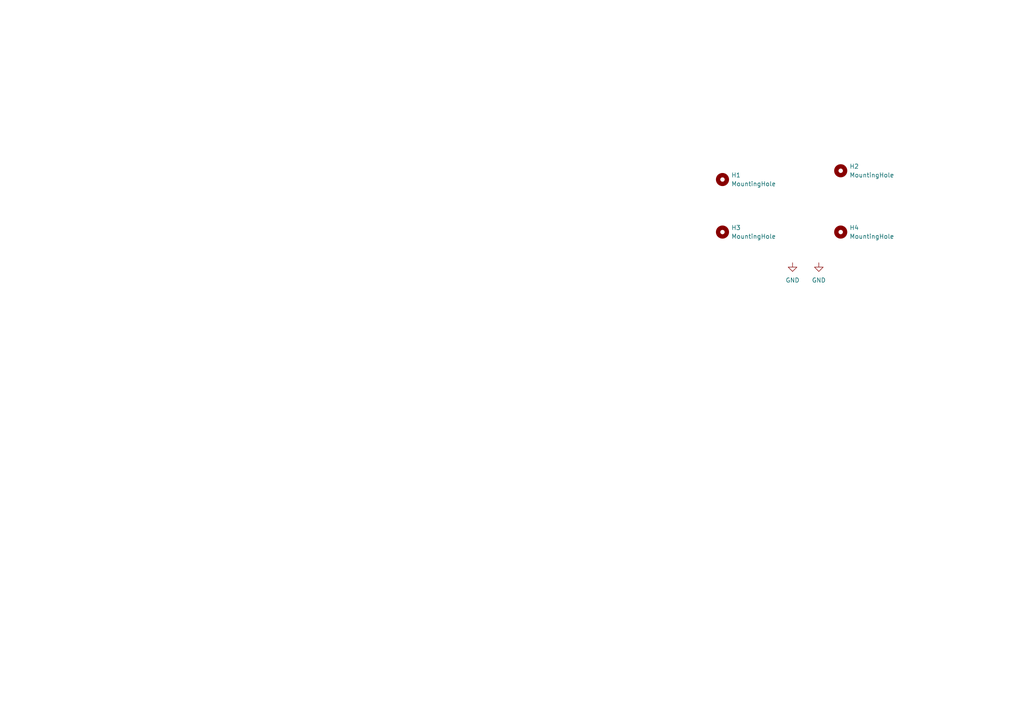
<source format=kicad_sch>
(kicad_sch (version 20211123) (generator eeschema)

  (uuid e63e39d7-6ac0-4ffd-8aa3-1841a4541b55)

  (paper "A4")

  (lib_symbols
    (symbol "Mechanical:MountingHole" (pin_names (offset 1.016)) (in_bom yes) (on_board yes)
      (property "Reference" "H" (id 0) (at 0 5.08 0)
        (effects (font (size 1.27 1.27)))
      )
      (property "Value" "MountingHole" (id 1) (at 0 3.175 0)
        (effects (font (size 1.27 1.27)))
      )
      (property "Footprint" "" (id 2) (at 0 0 0)
        (effects (font (size 1.27 1.27)) hide)
      )
      (property "Datasheet" "~" (id 3) (at 0 0 0)
        (effects (font (size 1.27 1.27)) hide)
      )
      (property "ki_keywords" "mounting hole" (id 4) (at 0 0 0)
        (effects (font (size 1.27 1.27)) hide)
      )
      (property "ki_description" "Mounting Hole without connection" (id 5) (at 0 0 0)
        (effects (font (size 1.27 1.27)) hide)
      )
      (property "ki_fp_filters" "MountingHole*" (id 6) (at 0 0 0)
        (effects (font (size 1.27 1.27)) hide)
      )
      (symbol "MountingHole_0_1"
        (circle (center 0 0) (radius 1.27)
          (stroke (width 1.27) (type default) (color 0 0 0 0))
          (fill (type none))
        )
      )
    )
    (symbol "power:GND" (power) (pin_names (offset 0)) (in_bom yes) (on_board yes)
      (property "Reference" "#PWR" (id 0) (at 0 -6.35 0)
        (effects (font (size 1.27 1.27)) hide)
      )
      (property "Value" "GND" (id 1) (at 0 -3.81 0)
        (effects (font (size 1.27 1.27)))
      )
      (property "Footprint" "" (id 2) (at 0 0 0)
        (effects (font (size 1.27 1.27)) hide)
      )
      (property "Datasheet" "" (id 3) (at 0 0 0)
        (effects (font (size 1.27 1.27)) hide)
      )
      (property "ki_keywords" "power-flag" (id 4) (at 0 0 0)
        (effects (font (size 1.27 1.27)) hide)
      )
      (property "ki_description" "Power symbol creates a global label with name \"GND\" , ground" (id 5) (at 0 0 0)
        (effects (font (size 1.27 1.27)) hide)
      )
      (symbol "GND_0_1"
        (polyline
          (pts
            (xy 0 0)
            (xy 0 -1.27)
            (xy 1.27 -1.27)
            (xy 0 -2.54)
            (xy -1.27 -1.27)
            (xy 0 -1.27)
          )
          (stroke (width 0) (type default) (color 0 0 0 0))
          (fill (type none))
        )
      )
      (symbol "GND_1_1"
        (pin power_in line (at 0 0 270) (length 0) hide
          (name "GND" (effects (font (size 1.27 1.27))))
          (number "1" (effects (font (size 1.27 1.27))))
        )
      )
    )
  )


  (symbol (lib_id "Mechanical:MountingHole") (at 209.55 52.07 0) (unit 1)
    (in_bom yes) (on_board yes) (fields_autoplaced)
    (uuid 0421db1b-df66-4562-8a25-b69ad8a2a1ec)
    (property "Reference" "H1" (id 0) (at 212.09 50.7999 0)
      (effects (font (size 1.27 1.27)) (justify left))
    )
    (property "Value" "MountingHole" (id 1) (at 212.09 53.3399 0)
      (effects (font (size 1.27 1.27)) (justify left))
    )
    (property "Footprint" "MountingHole:MountingHole_3.5mm_Pad_Via" (id 2) (at 209.55 52.07 0)
      (effects (font (size 1.27 1.27)) hide)
    )
    (property "Datasheet" "~" (id 3) (at 209.55 52.07 0)
      (effects (font (size 1.27 1.27)) hide)
    )
  )

  (symbol (lib_id "power:GND") (at 237.49 76.2 0) (unit 1)
    (in_bom yes) (on_board yes) (fields_autoplaced)
    (uuid 09af8c62-9922-473d-b470-8e39b61ece87)
    (property "Reference" "#PWR0102" (id 0) (at 237.49 82.55 0)
      (effects (font (size 1.27 1.27)) hide)
    )
    (property "Value" "GND" (id 1) (at 237.49 81.28 0))
    (property "Footprint" "" (id 2) (at 237.49 76.2 0)
      (effects (font (size 1.27 1.27)) hide)
    )
    (property "Datasheet" "" (id 3) (at 237.49 76.2 0)
      (effects (font (size 1.27 1.27)) hide)
    )
    (pin "1" (uuid 7edbe129-eba6-4743-bb5f-a4c324690b58))
  )

  (symbol (lib_id "Mechanical:MountingHole") (at 243.84 67.31 0) (unit 1)
    (in_bom yes) (on_board yes) (fields_autoplaced)
    (uuid 0dda147f-ff28-4177-a33d-79b9551cc6e4)
    (property "Reference" "H4" (id 0) (at 246.38 66.0399 0)
      (effects (font (size 1.27 1.27)) (justify left))
    )
    (property "Value" "MountingHole" (id 1) (at 246.38 68.5799 0)
      (effects (font (size 1.27 1.27)) (justify left))
    )
    (property "Footprint" "MountingHole:MountingHole_3.5mm_Pad_Via" (id 2) (at 243.84 67.31 0)
      (effects (font (size 1.27 1.27)) hide)
    )
    (property "Datasheet" "~" (id 3) (at 243.84 67.31 0)
      (effects (font (size 1.27 1.27)) hide)
    )
  )

  (symbol (lib_id "Mechanical:MountingHole") (at 243.84 49.53 0) (unit 1)
    (in_bom yes) (on_board yes) (fields_autoplaced)
    (uuid 260f62f6-a6cf-45e0-9208-51504e701f69)
    (property "Reference" "H2" (id 0) (at 246.38 48.2599 0)
      (effects (font (size 1.27 1.27)) (justify left))
    )
    (property "Value" "MountingHole" (id 1) (at 246.38 50.7999 0)
      (effects (font (size 1.27 1.27)) (justify left))
    )
    (property "Footprint" "MountingHole:MountingHole_3.5mm_Pad_Via" (id 2) (at 243.84 49.53 0)
      (effects (font (size 1.27 1.27)) hide)
    )
    (property "Datasheet" "~" (id 3) (at 243.84 49.53 0)
      (effects (font (size 1.27 1.27)) hide)
    )
  )

  (symbol (lib_id "Mechanical:MountingHole") (at 209.55 67.31 0) (unit 1)
    (in_bom yes) (on_board yes) (fields_autoplaced)
    (uuid 9bd60de0-906c-4e70-8a76-ee21b1d30081)
    (property "Reference" "H3" (id 0) (at 212.09 66.0399 0)
      (effects (font (size 1.27 1.27)) (justify left))
    )
    (property "Value" "MountingHole" (id 1) (at 212.09 68.5799 0)
      (effects (font (size 1.27 1.27)) (justify left))
    )
    (property "Footprint" "MountingHole:MountingHole_3.5mm_Pad_Via" (id 2) (at 209.55 67.31 0)
      (effects (font (size 1.27 1.27)) hide)
    )
    (property "Datasheet" "~" (id 3) (at 209.55 67.31 0)
      (effects (font (size 1.27 1.27)) hide)
    )
  )

  (symbol (lib_id "power:GND") (at 229.87 76.2 0) (unit 1)
    (in_bom yes) (on_board yes) (fields_autoplaced)
    (uuid 9ccf03e8-755a-4cd9-96fc-30e1d08fa253)
    (property "Reference" "#PWR0101" (id 0) (at 229.87 82.55 0)
      (effects (font (size 1.27 1.27)) hide)
    )
    (property "Value" "GND" (id 1) (at 229.87 81.28 0))
    (property "Footprint" "" (id 2) (at 229.87 76.2 0)
      (effects (font (size 1.27 1.27)) hide)
    )
    (property "Datasheet" "" (id 3) (at 229.87 76.2 0)
      (effects (font (size 1.27 1.27)) hide)
    )
    (pin "1" (uuid da469d11-a8a4-414b-9449-d151eeaf4853))
  )

  (sheet_instances
    (path "/" (page "1"))
  )

  (symbol_instances
    (path "/9ccf03e8-755a-4cd9-96fc-30e1d08fa253"
      (reference "#PWR0101") (unit 1) (value "GND") (footprint "")
    )
    (path "/09af8c62-9922-473d-b470-8e39b61ece87"
      (reference "#PWR0102") (unit 1) (value "GND") (footprint "")
    )
    (path "/0421db1b-df66-4562-8a25-b69ad8a2a1ec"
      (reference "H1") (unit 1) (value "MountingHole") (footprint "MountingHole:MountingHole_3.5mm_Pad_Via")
    )
    (path "/260f62f6-a6cf-45e0-9208-51504e701f69"
      (reference "H2") (unit 1) (value "MountingHole") (footprint "MountingHole:MountingHole_3.5mm_Pad_Via")
    )
    (path "/9bd60de0-906c-4e70-8a76-ee21b1d30081"
      (reference "H3") (unit 1) (value "MountingHole") (footprint "MountingHole:MountingHole_3.5mm_Pad_Via")
    )
    (path "/0dda147f-ff28-4177-a33d-79b9551cc6e4"
      (reference "H4") (unit 1) (value "MountingHole") (footprint "MountingHole:MountingHole_3.5mm_Pad_Via")
    )
  )
)

</source>
